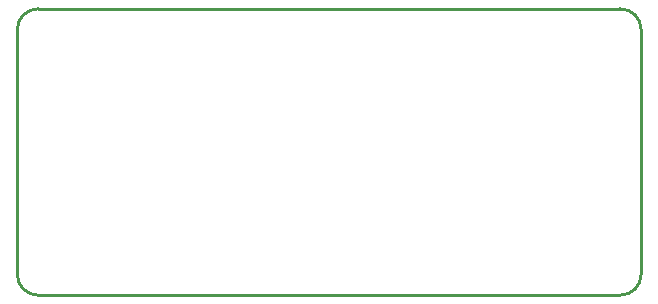
<source format=gko>
G04*
G04 #@! TF.GenerationSoftware,Altium Limited,Altium Designer,20.0.13 (296)*
G04*
G04 Layer_Color=16711935*
%FSLAX25Y25*%
%MOIN*%
G70*
G01*
G75*
%ADD10C,0.01000*%
D10*
X193500Y-7500D02*
G03*
X200500Y-500I0J7000D01*
G01*
X-7500D02*
G03*
X-500Y-7500I7000J0D01*
G01*
Y88000D02*
G03*
X-7500Y81000I0J-7000D01*
G01*
X200500D02*
G03*
X193500Y88000I-7000J0D01*
G01*
X-500Y-7500D02*
X193500D01*
X-7500Y-500D02*
Y81000D01*
X-500Y88000D02*
X193500D01*
X200500Y-500D02*
Y81000D01*
M02*

</source>
